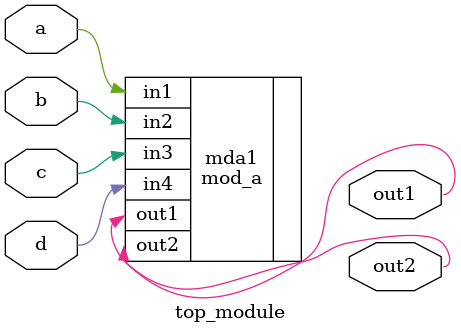
<source format=v>
module top_module ( 
    input a, 
    input b, 
    input c,
    input d,
    output out1,
    output out2
);
    //module mod_a ( output out1, output out2, input in1, input in2, input in3, input in4);
    mod_a mda1(.out1(out1), .out2(out2), .in1(a), .in2(b), .in3(c), .in4(d));

endmodule

</source>
